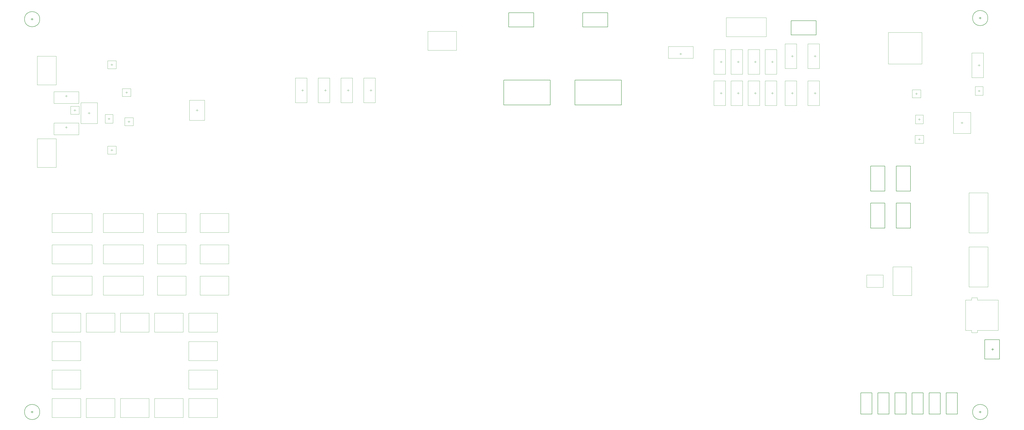
<source format=gbr>
%TF.GenerationSoftware,Altium Limited,Altium Designer,21.6.4 (81)*%
G04 Layer_Color=32768*
%FSLAX26Y26*%
%MOIN*%
%TF.SameCoordinates,892991E7-994B-4F78-B437-02A20B6E2807*%
%TF.FilePolarity,Positive*%
%TF.FileFunction,Other,Top_Courtyard*%
%TF.Part,Single*%
G01*
G75*
%TA.AperFunction,NonConductor*%
%ADD130C,0.006000*%
%ADD131C,0.005000*%
%ADD160C,0.003937*%
%ADD161C,0.001968*%
D130*
X9832500Y6130710D02*
X10647500D01*
Y5695000D02*
Y6130710D01*
X9832500Y5695000D02*
X10647500D01*
X9832500D02*
Y6130710D01*
X13630000Y6925000D02*
X14070000D01*
X13630000D02*
Y7175000D01*
X14070000D01*
Y6925000D02*
Y7175000D01*
X9970000Y7065000D02*
X10410000D01*
X9970000D02*
Y7315000D01*
X10410000D01*
Y7065000D02*
Y7315000D01*
X8670000Y7065000D02*
X9110000D01*
X8670000D02*
Y7315000D01*
X9110000D01*
Y7065000D02*
Y7315000D01*
X8582500Y6130710D02*
X9397500D01*
Y5695000D02*
Y6130710D01*
X8582500Y5695000D02*
X9397500D01*
X8582500D02*
Y6130710D01*
X15475000Y3970000D02*
X15725000D01*
X15475000Y3530000D02*
Y3970000D01*
Y3530000D02*
X15725000D01*
Y3970000D01*
X15275000Y3530000D02*
Y3970000D01*
X15025000Y3530000D02*
X15275000D01*
X15025000D02*
Y3970000D01*
X15275000D01*
X15025000Y4180000D02*
X15275000D01*
Y4620000D01*
X15025000D02*
X15275000D01*
X15025000Y4180000D02*
Y4620000D01*
X15475000Y4180000D02*
X15725000D01*
Y4620000D01*
X15475000D02*
X15725000D01*
X15475000Y4180000D02*
Y4620000D01*
D131*
X433858Y300000D02*
G03*
X433858Y300000I-133858J0D01*
G01*
Y7200000D02*
G03*
X433858Y7200000I-133858J0D01*
G01*
X17083858Y7220000D02*
G03*
X17083858Y7220000I-133858J0D01*
G01*
Y300000D02*
G03*
X17083858Y300000I-133858J0D01*
G01*
X300000Y280000D02*
Y320000D01*
X280000Y300000D02*
X320000D01*
X17028269Y1230709D02*
Y1569291D01*
X17288111D01*
Y1230709D02*
Y1569291D01*
X17028269Y1230709D02*
X17288111D01*
X17150314Y1400000D02*
X17170000D01*
Y1380315D02*
Y1400000D01*
X17189686D01*
X17170000D02*
Y1419685D01*
X16351576Y262992D02*
X16548426D01*
Y637008D01*
X16351576D02*
X16548426D01*
X16351576Y262992D02*
Y637008D01*
X14851575Y262992D02*
X15048425D01*
Y637008D01*
X14851575D02*
X15048425D01*
X14851575Y262992D02*
Y637008D01*
X15151575Y262998D02*
Y637014D01*
X15348425D01*
Y262998D02*
Y637014D01*
X15151575Y262998D02*
X15348425D01*
X15451575Y262992D02*
X15648425D01*
Y637008D01*
X15451575D02*
X15648425D01*
X15451575Y262992D02*
Y637008D01*
X15751575Y262992D02*
X15948425D01*
Y637008D01*
X15751575D02*
X15948425D01*
X15751575Y262992D02*
Y637008D01*
X300000Y7180000D02*
Y7220000D01*
X280000Y7200000D02*
X320000D01*
X16930000Y7220000D02*
X16969999D01*
X16950001Y7200000D02*
Y7240000D01*
Y280000D02*
Y320000D01*
X16930000Y300000D02*
X16969999D01*
X16051575Y262995D02*
X16248425D01*
Y637011D01*
X16051575D02*
X16248425D01*
X16051575Y262995D02*
Y637011D01*
D160*
X1700000Y6380315D02*
Y6419685D01*
X1680315Y6400000D02*
X1719685D01*
X16610315Y5379500D02*
X16649685D01*
X16629999Y5359815D02*
Y5399185D01*
X1280315Y5550000D02*
X1319685D01*
X1300000Y5530315D02*
Y5569685D01*
X3195276Y5580315D02*
Y5619685D01*
X3175591Y5600000D02*
X3214961D01*
X12680315Y6450000D02*
X12719685D01*
X12700000Y6430315D02*
Y6469685D01*
Y5880315D02*
Y5919685D01*
X12680315Y5900000D02*
X12719685D01*
X15860315Y5090000D02*
X15899685D01*
X15880000Y5070315D02*
Y5109685D01*
X15810315Y5890000D02*
X15849685D01*
X15830000Y5870315D02*
Y5909685D01*
X16910315Y6390000D02*
X16949684D01*
X16930000Y6370315D02*
Y6409685D01*
Y5920315D02*
Y5959685D01*
X16910315Y5940000D02*
X16949684D01*
X2000000Y5380315D02*
Y5419685D01*
X1980315Y5400000D02*
X2019685D01*
X1650000Y5430315D02*
Y5469685D01*
X1630315Y5450000D02*
X1669685D01*
X1938047Y5912402D02*
X1977417D01*
X1957732Y5892717D02*
Y5932087D01*
X880315Y5300000D02*
X919685D01*
X900000Y5280315D02*
Y5319685D01*
Y5830315D02*
Y5869685D01*
X880315Y5850000D02*
X919685D01*
X1030315Y5600000D02*
X1069685D01*
X1050000Y5580315D02*
Y5619685D01*
X11670315Y6590000D02*
X11709685D01*
X11690000Y6570315D02*
Y6609685D01*
X15880000Y5420315D02*
Y5459685D01*
X15860315Y5440000D02*
X15899685D01*
X1700000Y4880315D02*
Y4919685D01*
X1680315Y4900000D02*
X1719685D01*
X13650000Y6530315D02*
Y6569685D01*
X13630315Y6550000D02*
X13669685D01*
X14050000Y6530315D02*
Y6569685D01*
X14030315Y6550000D02*
X14069685D01*
X13630315Y5900000D02*
X13669685D01*
X13650000Y5880315D02*
Y5919685D01*
X14030315Y5900000D02*
X14069685D01*
X14050000Y5880315D02*
Y5919685D01*
X5430315Y5950000D02*
X5469685D01*
X5450000Y5930315D02*
Y5969685D01*
X5830315Y5950000D02*
X5869685D01*
X5850000Y5930315D02*
Y5969685D01*
X6230315Y5950000D02*
X6269685D01*
X6250000Y5930315D02*
Y5969685D01*
X5030315Y5950000D02*
X5069685D01*
X5050000Y5930315D02*
Y5969685D01*
X12380315Y6450000D02*
X12419685D01*
X12400000Y6430315D02*
Y6469685D01*
X12980315Y6450000D02*
X13019685D01*
X13000000Y6430315D02*
Y6469685D01*
X13280315Y6450000D02*
X13319685D01*
X13300000Y6430315D02*
Y6469685D01*
X12380315Y5900000D02*
X12419685D01*
X12400000Y5880315D02*
Y5919685D01*
X13000000Y5880315D02*
Y5919685D01*
X12980315Y5900000D02*
X13019685D01*
X13300000Y5880315D02*
Y5919685D01*
X13280315Y5900000D02*
X13319685D01*
D161*
X3248032Y2353150D02*
X3751968D01*
Y2685827D01*
X3248032D02*
X3751968D01*
X3248032Y2353150D02*
Y2685827D01*
X648032Y2903150D02*
Y3235827D01*
X1351968D01*
Y2903150D02*
Y3235827D01*
X648032Y2903150D02*
X1351968D01*
X1624213Y6468898D02*
X1775787D01*
X1624213Y6331102D02*
X1775787D01*
X1624213D02*
Y6468898D01*
X1775787Y6331102D02*
Y6468898D01*
X16478424Y5194461D02*
Y5564539D01*
X16781574Y5194461D02*
Y5564539D01*
X16478424D02*
X16781574D01*
X16478424Y5194461D02*
X16781574D01*
X14953937Y2708268D02*
X15246063D01*
X14953937Y2491732D02*
X15246063D01*
X14953937D02*
Y2708268D01*
X15246063Y2491732D02*
Y2708268D01*
X1445669Y5366929D02*
Y5733071D01*
X1154331Y5366929D02*
Y5733071D01*
Y5366929D02*
X1445669D01*
X1154331Y5733071D02*
X1445669D01*
X16690945Y1732284D02*
X16799213D01*
Y1692913D02*
Y1732284D01*
Y1692913D02*
X16899607D01*
Y1732284D01*
X17265747D01*
Y2267716D01*
X16899607D02*
X17265747D01*
X16899607D02*
Y2307087D01*
X16799213D02*
X16899607D01*
X16799213Y2267716D02*
Y2307087D01*
X16690945Y2267716D02*
X16799213D01*
X16690945Y1732284D02*
Y2267716D01*
X3063386Y5423819D02*
Y5776181D01*
X3327165D01*
Y5423819D02*
Y5776181D01*
X3063386Y5423819D02*
X3327165D01*
X12775591Y6232480D02*
Y6667520D01*
X12570866Y6232480D02*
Y6667520D01*
Y6232480D02*
X12775591D01*
X12570866Y6667520D02*
X12775591D01*
X12570866Y6117520D02*
X12775591D01*
X12570866Y5682480D02*
X12775591D01*
X12570866D02*
Y6117520D01*
X12775591Y5682480D02*
Y6117520D01*
X15925276Y6414409D02*
Y6965591D01*
X15334724Y6414409D02*
X15925276D01*
X15334724D02*
Y6965591D01*
X15925276D01*
X15804213Y5021102D02*
Y5158898D01*
X15955787Y5021102D02*
Y5158898D01*
X15804213D02*
X15955787D01*
X15804213Y5021102D02*
X15955787D01*
X15754213Y5821102D02*
Y5958898D01*
X15905787Y5821102D02*
Y5958898D01*
X15754213D02*
X15905787D01*
X15754213Y5821102D02*
X15905787D01*
X17005590Y6172480D02*
Y6607520D01*
X16800865Y6172480D02*
Y6607520D01*
Y6172480D02*
X17005590D01*
X16800865Y6607520D02*
X17005590D01*
X16861101Y5864213D02*
X16998898D01*
X16861101Y6015787D02*
X16998898D01*
X16861101Y5864213D02*
Y6015787D01*
X16998898Y5864213D02*
Y6015787D01*
X1924213Y5468898D02*
X2075787D01*
X1924213Y5331102D02*
X2075787D01*
X1924213D02*
Y5468898D01*
X2075787Y5331102D02*
Y5468898D01*
X1581102Y5374213D02*
X1718898D01*
X1581102Y5525787D02*
X1718898D01*
X1581102Y5374213D02*
Y5525787D01*
X1718898Y5374213D02*
Y5525787D01*
X2033520Y5843504D02*
Y5981299D01*
X1881945Y5843504D02*
Y5981299D01*
Y5843504D02*
X2033520D01*
X1881945Y5981299D02*
X2033520D01*
X682480Y5170866D02*
Y5375591D01*
X1117520Y5170866D02*
Y5375591D01*
X682480Y5170866D02*
X1117520D01*
X682480Y5375591D02*
X1117520D01*
X682480Y5925591D02*
X1117520D01*
X682480Y5720866D02*
X1117520D01*
Y5925591D01*
X682480Y5720866D02*
Y5925591D01*
X974213Y5531102D02*
Y5668898D01*
X1125787Y5531102D02*
Y5668898D01*
X974213D02*
X1125787D01*
X974213Y5531102D02*
X1125787D01*
X11907520Y6514409D02*
Y6719134D01*
X11472480Y6514409D02*
Y6719134D01*
X11907520D01*
X11472480Y6514409D02*
X11907520D01*
X15811102Y5364213D02*
X15948898D01*
X15811102Y5515787D02*
X15948898D01*
X15811102Y5364213D02*
Y5515787D01*
X15948898Y5364213D02*
Y5515787D01*
X389173Y4598032D02*
X721850D01*
X389173D02*
Y5101968D01*
X721850D01*
Y4598032D02*
Y5101968D01*
Y6048032D02*
Y6551968D01*
X389173D02*
X721850D01*
X389173Y6048032D02*
Y6551968D01*
Y6048032D02*
X721850D01*
X3048032Y1703150D02*
X3551968D01*
Y2035827D01*
X3048032D02*
X3551968D01*
X3048032Y1703150D02*
Y2035827D01*
X648032Y1703150D02*
Y2035827D01*
X1151968D01*
Y1703150D02*
Y2035827D01*
X648032Y1703150D02*
X1151968D01*
X1248032D02*
Y2035827D01*
X1751968D01*
Y1703150D02*
Y2035827D01*
X1248032Y1703150D02*
X1751968D01*
X1848032D02*
Y2035827D01*
X2351968D01*
Y1703150D02*
Y2035827D01*
X1848032Y1703150D02*
X2351968D01*
X2448032D02*
Y2035827D01*
X2951968D01*
Y1703150D02*
Y2035827D01*
X2448032Y1703150D02*
X2951968D01*
X3048032Y1203150D02*
Y1535827D01*
X3551968D01*
Y1203150D02*
Y1535827D01*
X3048032Y1203150D02*
X3551968D01*
X648032Y203150D02*
X1151968D01*
Y535827D01*
X648032D02*
X1151968D01*
X648032Y203150D02*
Y535827D01*
X1248032Y203150D02*
X1751968D01*
Y535827D01*
X1248032D02*
X1751968D01*
X1248032Y203150D02*
Y535827D01*
X1848032Y203150D02*
X2351968D01*
Y535827D01*
X1848032D02*
X2351968D01*
X1848032Y203150D02*
Y535827D01*
X2448032Y203150D02*
X2951968D01*
Y535827D01*
X2448032D02*
X2951968D01*
X2448032Y203150D02*
Y535827D01*
X648032Y1203150D02*
Y1535827D01*
X1151968D01*
Y1203150D02*
Y1535827D01*
X648032Y1203150D02*
X1151968D01*
X648032Y703150D02*
Y1035827D01*
X1151968D01*
Y703150D02*
Y1035827D01*
X648032Y703150D02*
X1151968D01*
X3048032Y203150D02*
Y535827D01*
X3551968D01*
Y203150D02*
Y535827D01*
X3048032Y203150D02*
X3551968D01*
X3048032Y703150D02*
Y1035827D01*
X3551968D01*
Y703150D02*
Y1035827D01*
X3048032Y703150D02*
X3551968D01*
X7248032Y6653150D02*
Y6985827D01*
X7751968D01*
Y6653150D02*
Y6985827D01*
X7248032Y6653150D02*
X7751968D01*
X2498032Y2353150D02*
Y2685827D01*
X3001968D01*
Y2353150D02*
Y2685827D01*
X2498032Y2353150D02*
X3001968D01*
X2498032Y2903150D02*
Y3235827D01*
X3001968D01*
Y2903150D02*
Y3235827D01*
X2498032Y2903150D02*
X3001968D01*
X2498032Y3453150D02*
Y3785827D01*
X3001968D01*
Y3453150D02*
Y3785827D01*
X2498032Y3453150D02*
X3001968D01*
X3248032D02*
X3751968D01*
Y3785827D01*
X3248032D02*
X3751968D01*
X3248032Y3453150D02*
Y3785827D01*
Y2903150D02*
X3751968D01*
Y3235827D01*
X3248032D02*
X3751968D01*
X3248032Y2903150D02*
Y3235827D01*
X1624213Y4968898D02*
X1775787D01*
X1624213Y4831102D02*
X1775787D01*
X1624213D02*
Y4968898D01*
X1775787Y4831102D02*
Y4968898D01*
X16753151Y2498032D02*
Y3201968D01*
Y2498032D02*
X17085827D01*
Y3201968D01*
X16753151D02*
X17085827D01*
X16753151Y4151968D02*
X17085827D01*
Y3448032D02*
Y4151968D01*
X16753151Y3448032D02*
X17085827D01*
X16753151D02*
Y4151968D01*
X648032Y3453150D02*
X1351968D01*
Y3785827D01*
X648032D02*
X1351968D01*
X648032Y3453150D02*
Y3785827D01*
Y2353150D02*
X1351968D01*
Y2685827D01*
X648032D02*
X1351968D01*
X648032Y2353150D02*
Y2685827D01*
X1548032Y3453150D02*
Y3785827D01*
X2251968D01*
Y3453150D02*
Y3785827D01*
X1548032Y3453150D02*
X2251968D01*
X1548032Y2353150D02*
X2251968D01*
Y2685827D01*
X1548032D02*
X2251968D01*
X1548032Y2353150D02*
Y2685827D01*
X12488031Y6893150D02*
Y7225827D01*
X13191969D01*
Y6893150D02*
Y7225827D01*
X12488031Y6893150D02*
X13191969D01*
X1548032Y2903150D02*
X2251968D01*
Y3235827D01*
X1548032D02*
X2251968D01*
X1548032Y2903150D02*
Y3235827D01*
X15414173Y2348032D02*
X15746850D01*
X15414173D02*
Y2851968D01*
X15746850D01*
Y2348032D02*
Y2851968D01*
X13520866Y6767520D02*
X13725591D01*
X13520866Y6332480D02*
X13725591D01*
X13520866D02*
Y6767520D01*
X13725591Y6332480D02*
Y6767520D01*
X13920866D02*
X14125591D01*
X13920866Y6332480D02*
X14125591D01*
X13920866D02*
Y6767520D01*
X14125591Y6332480D02*
Y6767520D01*
X13725591Y5682480D02*
Y6117520D01*
X13520866Y5682480D02*
Y6117520D01*
Y5682480D02*
X13725591D01*
X13520866Y6117520D02*
X13725591D01*
X14125591Y5682480D02*
Y6117520D01*
X13920866Y5682480D02*
Y6117520D01*
Y5682480D02*
X14125591D01*
X13920866Y6117520D02*
X14125591D01*
X5525591Y5732480D02*
Y6167520D01*
X5320866Y5732480D02*
Y6167520D01*
Y5732480D02*
X5525591D01*
X5320866Y6167520D02*
X5525591D01*
X5925591Y5732480D02*
Y6167520D01*
X5720866Y5732480D02*
Y6167520D01*
Y5732480D02*
X5925591D01*
X5720866Y6167520D02*
X5925591D01*
X6325591Y5732480D02*
Y6167520D01*
X6120866Y5732480D02*
Y6167520D01*
Y5732480D02*
X6325591D01*
X6120866Y6167520D02*
X6325591D01*
X5125591Y5732480D02*
Y6167520D01*
X4920866Y5732480D02*
Y6167520D01*
Y5732480D02*
X5125591D01*
X4920866Y6167520D02*
X5125591D01*
X12475591Y6232480D02*
Y6667520D01*
X12270866Y6232480D02*
Y6667520D01*
Y6232480D02*
X12475591D01*
X12270866Y6667520D02*
X12475591D01*
X13075591Y6232480D02*
Y6667520D01*
X12870866Y6232480D02*
Y6667520D01*
Y6232480D02*
X13075591D01*
X12870866Y6667520D02*
X13075591D01*
X13375591Y6232480D02*
Y6667520D01*
X13170866Y6232480D02*
Y6667520D01*
Y6232480D02*
X13375591D01*
X13170866Y6667520D02*
X13375591D01*
X12475591Y5682480D02*
Y6117520D01*
X12270866Y5682480D02*
Y6117520D01*
Y5682480D02*
X12475591D01*
X12270866Y6117520D02*
X12475591D01*
X12870866D02*
X13075591D01*
X12870866Y5682480D02*
X13075591D01*
X12870866D02*
Y6117520D01*
X13075591Y5682480D02*
Y6117520D01*
X13170866D02*
X13375591D01*
X13170866Y5682480D02*
X13375591D01*
X13170866D02*
Y6117520D01*
X13375591Y5682480D02*
Y6117520D01*
%TF.MD5,eef10133707f4265b240101a482beaf7*%
M02*

</source>
